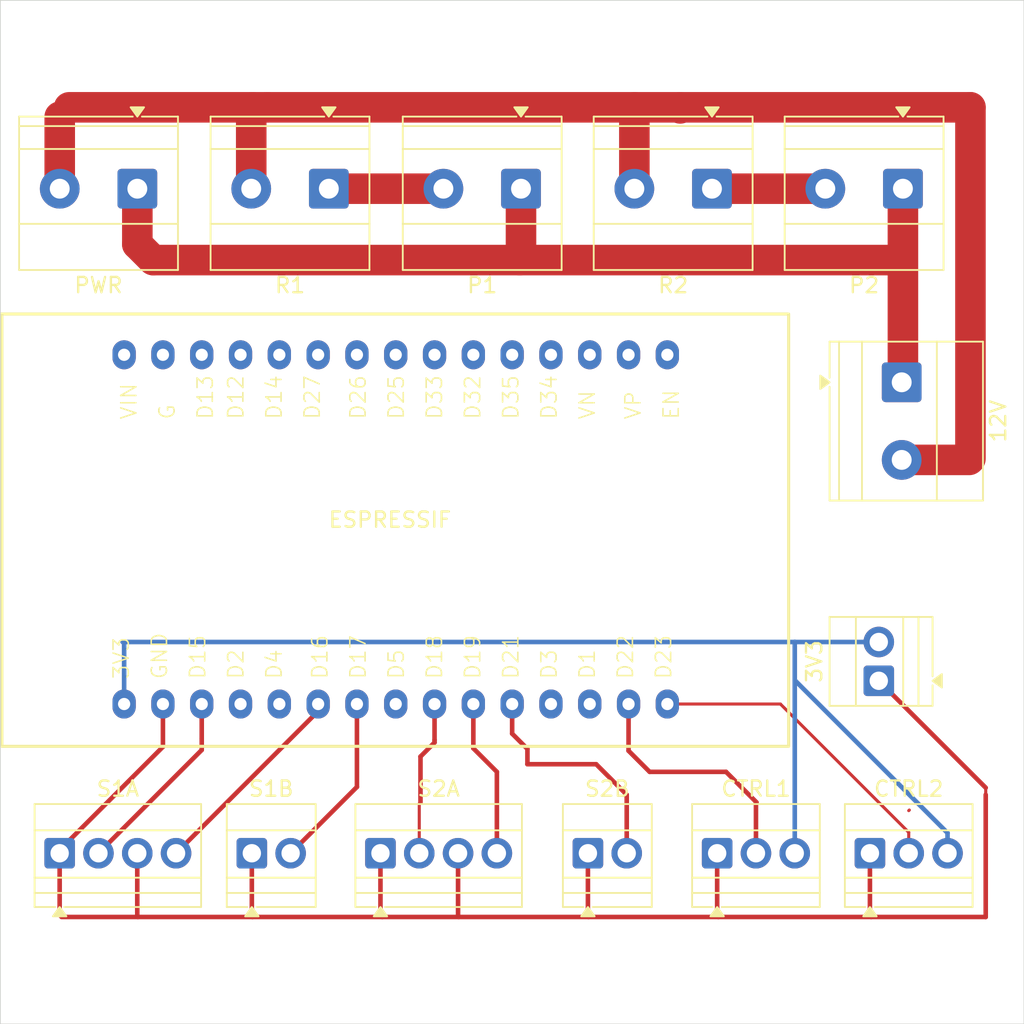
<source format=kicad_pcb>
(kicad_pcb (version 20241229) (generator "pcbnew") (generator_version "9.0")
  (layers (0 "F.Cu" signal) (2 "B.Cu" signal) (13 "F.Paste" user) (15 "B.Paste" user) (5 "F.SilkS" user "F.Silkscreen") (7 "B.SilkS" user "B.Silkscreen") (1 "F.Mask" user) (3 "B.Mask" user) (25 "Edge.Cuts" user))
  (net 0 "")
  (footprint "TerminalBlock_Phoenix:TerminalBlock_Phoenix_MKDS-1,5-2-5.08_1x02_P5.08mm_Horizontal" (layer "F.Cu") (at 116 80 -90)
    (property "Reference" "12V" (at 2.54 -6.32 90) (layer "F.SilkS"))
    (property "Value" "x" (hide yes))
    (fp_line (start -2.66 4.72) (end -0.3 4.72) (stroke (width 0.12)) (layer "F.SilkS"))
    (fp_line (start 0.3 4.72) (end 7.74 4.72) (stroke (width 0.12)) (layer "F.SilkS"))
    (fp_line (start -2.66 4.1) (end 7.74 4.1) (stroke (width 0.12)) (layer "F.SilkS"))
    (fp_line (start -2.66 2.6) (end 7.74 2.6) (stroke (width 0.12)) (layer "F.SilkS"))
    (fp_line (start -2.66 -2.3) (end 7.74 -2.3) (stroke (width 0.12)) (layer "F.SilkS"))
    (fp_line (start -2.66 -5.32) (end -2.66 4.72) (stroke (width 0.12)) (layer "F.SilkS"))
    (fp_line (start -2.66 -5.32) (end 7.74 -5.32) (stroke (width 0.12)) (layer "F.SilkS"))
    (fp_line (start 7.74 -5.32) (end 7.74 4.72) (stroke (width 0.12)) (layer "F.SilkS"))
    (fp_poly (pts (xy 0 4.72) (xy 0.44 5.33) (xy -0.44 5.33)) (stroke (width 0.12)) (fill yes) (layer "F.SilkS"))
    (pad "1" thru_hole roundrect (at 0 0 270) (size 2.6 2.6) (drill 1.3) (layers "*.Cu" "*.Mask") (roundrect_rratio 0.096154))
    (pad "2" thru_hole circle (at 5.08 0 270) (size 2.6 2.6) (drill 1.3) (layers "*.Cu" "*.Mask"))
  )
  (footprint "MountingHole:MountingHole_2.2mm_M2" (layer "F.Cu") (at 60.5 58.5)
    (property "Reference" "hole1" (hide yes))
    (property "Value" "MountingHole_2.2mm_M2" (hide yes))
    (pad "" np_thru_hole circle (at 0 0) (size 2.2 2.2) (drill 2.2) (layers "*.Cu" "*.Mask"))
  )
  (footprint "TerminalBlock:TerminalBlock_Xinya_XY308-2.54-2P_1x02_P2.54mm_Horizontal" (layer "F.Cu") (at 95.46 110.8275)
    (property "Reference" "S2B" (at 1.27 -4.22 0) (layer "F.SilkS"))
    (property "Value" "TerminalBlock_Xinya_XY308-2.54-2P_1x02_P2.54mm_Horizontal" (hide yes))
    (fp_line (start -1.64 -3.22) (end -1.64 3.52) (stroke (width 0.12)) (layer "F.SilkS"))
    (fp_line (start -1.64 -3.22) (end 4.18 -3.22) (stroke (width 0.12)) (layer "F.SilkS"))
    (fp_line (start -1.64 -1.5) (end 4.18 -1.5) (stroke (width 0.12)) (layer "F.SilkS"))
    (fp_line (start -1.64 1.6) (end 4.18 1.6) (stroke (width 0.12)) (layer "F.SilkS"))
    (fp_line (start -1.64 2.6) (end 4.18 2.6) (stroke (width 0.12)) (layer "F.SilkS"))
    (fp_line (start -1.64 3.52) (end -0.3 3.52) (stroke (width 0.12)) (layer "F.SilkS"))
    (fp_line (start 0.3 3.52) (end 4.18 3.52) (stroke (width 0.12)) (layer "F.SilkS"))
    (fp_line (start 4.18 -3.22) (end 4.18 3.52) (stroke (width 0.12)) (layer "F.SilkS"))
    (fp_poly (pts (xy 0 3.52) (xy 0.44 4.13) (xy -0.44 4.13)) (stroke (width 0.12)) (fill yes) (layer "F.SilkS"))
    (pad "1" thru_hole roundrect (at 0 0) (size 2 2) (drill 1.2) (layers "*.Cu" "*.Mask") (roundrect_rratio 0.125))
    (pad "2" thru_hole circle (at 2.54 0) (size 2 2) (drill 1.2) (layers "*.Cu" "*.Mask"))
  )
  (footprint "TerminalBlock:TerminalBlock_Xinya_XY308-2.54-3P_1x03_P2.54mm_Horizontal" (layer "F.Cu") (at 103.92 110.8275)
    (property "Reference" "CTRL1" (at 2.54 -4.22 0) (layer "F.SilkS"))
    (property "Value" "TerminalBlock_Xinya_XY308-2.54-3P_1x03_P2.54mm_Horizontal" (hide yes))
    (fp_line (start -1.64 -3.22) (end -1.64 3.52) (stroke (width 0.12)) (layer "F.SilkS"))
    (fp_line (start -1.64 -3.22) (end 6.72 -3.22) (stroke (width 0.12)) (layer "F.SilkS"))
    (fp_line (start -1.64 -1.5) (end 6.72 -1.5) (stroke (width 0.12)) (layer "F.SilkS"))
    (fp_line (start -1.64 1.6) (end 6.72 1.6) (stroke (width 0.12)) (layer "F.SilkS"))
    (fp_line (start -1.64 2.6) (end 6.72 2.6) (stroke (width 0.12)) (layer "F.SilkS"))
    (fp_line (start -1.64 3.52) (end -0.3 3.52) (stroke (width 0.12)) (layer "F.SilkS"))
    (fp_line (start 0.3 3.52) (end 6.72 3.52) (stroke (width 0.12)) (layer "F.SilkS"))
    (fp_line (start 6.72 -3.22) (end 6.72 3.52) (stroke (width 0.12)) (layer "F.SilkS"))
    (fp_poly (pts (xy 0 3.52) (xy 0.44 4.13) (xy -0.44 4.13)) (stroke (width 0.12)) (fill yes) (layer "F.SilkS"))
    (pad "1" thru_hole roundrect (at 0 0) (size 2 2) (drill 1.2) (layers "*.Cu" "*.Mask") (roundrect_rratio 0.125))
    (pad "2" thru_hole circle (at 2.54 0) (size 2 2) (drill 1.2) (layers "*.Cu" "*.Mask"))
    (pad "3" thru_hole circle (at 5.08 0) (size 2 2) (drill 1.2) (layers "*.Cu" "*.Mask"))
  )
  (footprint "MountingHole:MountingHole_2.2mm_M2" (layer "F.Cu") (at 120.5 58.5)
    (property "Reference" "hole1" (hide yes))
    (property "Value" "MountingHole_2.2mm_M2" (hide yes))
    (pad "" np_thru_hole circle (at 0 0) (size 2.2 2.2) (drill 2.2) (layers "*.Cu" "*.Mask"))
  )
  (footprint "TerminalBlock:TerminalBlock_Xinya_XY308-2.54-3P_1x03_P2.54mm_Horizontal" (layer "F.Cu") (at 113.92 110.8275)
    (property "Reference" "CTRL2" (at 2.54 -4.22 0) (layer "F.SilkS"))
    (property "Value" "TerminalBlock_Xinya_XY308-2.54-3P_1x03_P2.54mm_Horizontal" (hide yes))
    (fp_line (start -1.64 -3.22) (end -1.64 3.52) (stroke (width 0.12)) (layer "F.SilkS"))
    (fp_line (start -1.64 -3.22) (end 6.72 -3.22) (stroke (width 0.12)) (layer "F.SilkS"))
    (fp_line (start -1.64 -1.5) (end 6.72 -1.5) (stroke (width 0.12)) (layer "F.SilkS"))
    (fp_line (start -1.64 1.6) (end 6.72 1.6) (stroke (width 0.12)) (layer "F.SilkS"))
    (fp_line (start -1.64 2.6) (end 6.72 2.6) (stroke (width 0.12)) (layer "F.SilkS"))
    (fp_line (start -1.64 3.52) (end -0.3 3.52) (stroke (width 0.12)) (layer "F.SilkS"))
    (fp_line (start 0.3 3.52) (end 6.72 3.52) (stroke (width 0.12)) (layer "F.SilkS"))
    (fp_line (start 6.72 -3.22) (end 6.72 3.52) (stroke (width 0.12)) (layer "F.SilkS"))
    (fp_poly (pts (xy 0 3.52) (xy 0.44 4.13) (xy -0.44 4.13)) (stroke (width 0.12)) (fill yes) (layer "F.SilkS"))
    (pad "1" thru_hole roundrect (at 0 0) (size 2 2) (drill 1.2) (layers "*.Cu" "*.Mask") (roundrect_rratio 0.125))
    (pad "2" thru_hole circle (at 2.54 0) (size 2 2) (drill 1.2) (layers "*.Cu" "*.Mask"))
    (pad "3" thru_hole circle (at 5.08 0) (size 2 2) (drill 1.2) (layers "*.Cu" "*.Mask"))
  )
  (footprint "TerminalBlock:TerminalBlock_Xinya_XY308-2.54-4P_1x04_P2.54mm_Horizontal" (layer "F.Cu") (at 60.88 110.8275)
    (property "Reference" "S1A" (at 3.81 -4.22 0) (layer "F.SilkS"))
    (property "Value" "TerminalBlock_Xinya_XY308-2.54-4P_1x04_P2.54mm_Horizontal" (hide yes))
    (fp_line (start -1.64 -3.22) (end -1.64 3.52) (stroke (width 0.12)) (layer "F.SilkS"))
    (fp_line (start -1.64 -3.22) (end 9.26 -3.22) (stroke (width 0.12)) (layer "F.SilkS"))
    (fp_line (start -1.64 -1.5) (end 9.26 -1.5) (stroke (width 0.12)) (layer "F.SilkS"))
    (fp_line (start -1.64 1.6) (end 9.26 1.6) (stroke (width 0.12)) (layer "F.SilkS"))
    (fp_line (start -1.64 2.6) (end 9.26 2.6) (stroke (width 0.12)) (layer "F.SilkS"))
    (fp_line (start -1.64 3.52) (end -0.3 3.52) (stroke (width 0.12)) (layer "F.SilkS"))
    (fp_line (start 0.3 3.52) (end 9.26 3.52) (stroke (width 0.12)) (layer "F.SilkS"))
    (fp_line (start 9.26 -3.22) (end 9.26 3.52) (stroke (width 0.12)) (layer "F.SilkS"))
    (fp_poly (pts (xy 0 3.52) (xy 0.44 4.13) (xy -0.44 4.13)) (stroke (width 0.12)) (fill yes) (layer "F.SilkS"))
    (pad "1" thru_hole roundrect (at 0 0) (size 2 2) (drill 1.2) (layers "*.Cu" "*.Mask") (roundrect_rratio 0.125))
    (pad "2" thru_hole circle (at 2.54 0) (size 2 2) (drill 1.2) (layers "*.Cu" "*.Mask"))
    (pad "3" thru_hole circle (at 5.08 0) (size 2 2) (drill 1.2) (layers "*.Cu" "*.Mask"))
    (pad "4" thru_hole circle (at 7.62 0) (size 2 2) (drill 1.2) (layers "*.Cu" "*.Mask"))
  )
  (footprint "MountingHole:MountingHole_2.2mm_M2" (layer "F.Cu") (at 120.5 118.5)
    (property "Reference" "hole1" (hide yes))
    (property "Value" "MountingHole_2.2mm_M2" (hide yes))
    (pad "" np_thru_hole circle (at 0 0) (size 2.2 2.2) (drill 2.2) (layers "*.Cu" "*.Mask"))
  )
  (footprint "TerminalBlock:TerminalBlock_Xinya_XY308-2.54-2P_1x02_P2.54mm_Horizontal" (layer "F.Cu") (at 73.46 110.8275)
    (property "Reference" "S1B" (at 1.27 -4.22 0) (layer "F.SilkS"))
    (property "Value" "TerminalBlock_Xinya_XY308-2.54-2P_1x02_P2.54mm_Horizontal" (hide yes))
    (fp_line (start -1.64 -3.22) (end -1.64 3.52) (stroke (width 0.12)) (layer "F.SilkS"))
    (fp_line (start -1.64 -3.22) (end 4.18 -3.22) (stroke (width 0.12)) (layer "F.SilkS"))
    (fp_line (start -1.64 -1.5) (end 4.18 -1.5) (stroke (width 0.12)) (layer "F.SilkS"))
    (fp_line (start -1.64 1.6) (end 4.18 1.6) (stroke (width 0.12)) (layer "F.SilkS"))
    (fp_line (start -1.64 2.6) (end 4.18 2.6) (stroke (width 0.12)) (layer "F.SilkS"))
    (fp_line (start -1.64 3.52) (end -0.3 3.52) (stroke (width 0.12)) (layer "F.SilkS"))
    (fp_line (start 0.3 3.52) (end 4.18 3.52) (stroke (width 0.12)) (layer "F.SilkS"))
    (fp_line (start 4.18 -3.22) (end 4.18 3.52) (stroke (width 0.12)) (layer "F.SilkS"))
    (fp_poly (pts (xy 0 3.52) (xy 0.44 4.13) (xy -0.44 4.13)) (stroke (width 0.12)) (fill yes) (layer "F.SilkS"))
    (pad "1" thru_hole roundrect (at 0 0) (size 2 2) (drill 1.2) (layers "*.Cu" "*.Mask") (roundrect_rratio 0.125))
    (pad "2" thru_hole circle (at 2.54 0) (size 2 2) (drill 1.2) (layers "*.Cu" "*.Mask"))
  )
  (footprint "TerminalBlock_Phoenix:TerminalBlock_Phoenix_MKDS-1,5-2-5.08_1x02_P5.08mm_Horizontal" (layer "F.Cu") (at 103.58 67.3275 180)
    (property "Reference" "R2" (at 2.54 -6.32 0) (layer "F.SilkS"))
    (property "Value" "Phoenix?" (hide yes))
    (fp_line (start 7.74 -5.32) (end 7.74 4.72) (stroke (width 0.12)) (layer "F.SilkS"))
    (fp_line (start 0.3 4.72) (end 7.74 4.72) (stroke (width 0.12)) (layer "F.SilkS"))
    (fp_line (start -2.66 4.72) (end -0.3 4.72) (stroke (width 0.12)) (layer "F.SilkS"))
    (fp_line (start -2.66 4.1) (end 7.74 4.1) (stroke (width 0.12)) (layer "F.SilkS"))
    (fp_line (start -2.66 2.6) (end 7.74 2.6) (stroke (width 0.12)) (layer "F.SilkS"))
    (fp_line (start -2.66 -2.3) (end 7.74 -2.3) (stroke (width 0.12)) (layer "F.SilkS"))
    (fp_line (start -2.66 -5.32) (end 7.74 -5.32) (stroke (width 0.12)) (layer "F.SilkS"))
    (fp_line (start -2.66 -5.32) (end -2.66 4.72) (stroke (width 0.12)) (layer "F.SilkS"))
    (fp_poly (pts (xy 0 4.72) (xy 0.44 5.33) (xy -0.44 5.33)) (stroke (width 0.12)) (fill yes) (layer "F.SilkS"))
    (pad "1" thru_hole roundrect (at 0 0 180) (size 2.6 2.6) (drill 1.3) (layers "*.Cu" "*.Mask") (roundrect_rratio 0.096154))
    (pad "2" thru_hole circle (at 5.08 0 180) (size 2.6 2.6) (drill 1.3) (layers "*.Cu" "*.Mask"))
  )
  (footprint "TerminalBlock_Phoenix:TerminalBlock_Phoenix_MKDS-1,5-2-5.08_1x02_P5.08mm_Horizontal" (layer "F.Cu") (at 78.5 67.3275 180)
    (property "Reference" "R1" (at 2.54 -6.32 0) (layer "F.SilkS"))
    (property "Value" "Phoenix?" (hide yes))
    (fp_line (start 7.74 -5.32) (end 7.74 4.72) (stroke (width 0.12)) (layer "F.SilkS"))
    (fp_line (start 0.3 4.72) (end 7.74 4.72) (stroke (width 0.12)) (layer "F.SilkS"))
    (fp_line (start -2.66 4.72) (end -0.3 4.72) (stroke (width 0.12)) (layer "F.SilkS"))
    (fp_line (start -2.66 4.1) (end 7.74 4.1) (stroke (width 0.12)) (layer "F.SilkS"))
    (fp_line (start -2.66 2.6) (end 7.74 2.6) (stroke (width 0.12)) (layer "F.SilkS"))
    (fp_line (start -2.66 -2.3) (end 7.74 -2.3) (stroke (width 0.12)) (layer "F.SilkS"))
    (fp_line (start -2.66 -5.32) (end 7.74 -5.32) (stroke (width 0.12)) (layer "F.SilkS"))
    (fp_line (start -2.66 -5.32) (end -2.66 4.72) (stroke (width 0.12)) (layer "F.SilkS"))
    (fp_poly (pts (xy 0 4.72) (xy 0.44 5.33) (xy -0.44 5.33)) (stroke (width 0.12)) (fill yes) (layer "F.SilkS"))
    (pad "1" thru_hole roundrect (at 0 0 180) (size 2.6 2.6) (drill 1.3) (layers "*.Cu" "*.Mask") (roundrect_rratio 0.096154))
    (pad "2" thru_hole circle (at 5.08 0 180) (size 2.6 2.6) (drill 1.3) (layers "*.Cu" "*.Mask"))
  )
  (footprint "TerminalBlock_Phoenix:TerminalBlock_Phoenix_MKDS-1,5-2-5.08_1x02_P5.08mm_Horizontal" (layer "F.Cu") (at 116.08 67.3275 180)
    (property "Reference" "P2" (at 2.54 -6.32 0) (layer "F.SilkS"))
    (property "Value" "x" (hide yes))
    (fp_line (start 7.74 -5.32) (end 7.74 4.72) (stroke (width 0.12)) (layer "F.SilkS"))
    (fp_line (start 0.3 4.72) (end 7.74 4.72) (stroke (width 0.12)) (layer "F.SilkS"))
    (fp_line (start -2.66 4.72) (end -0.3 4.72) (stroke (width 0.12)) (layer "F.SilkS"))
    (fp_line (start -2.66 4.1) (end 7.74 4.1) (stroke (width 0.12)) (layer "F.SilkS"))
    (fp_line (start -2.66 2.6) (end 7.74 2.6) (stroke (width 0.12)) (layer "F.SilkS"))
    (fp_line (start -2.66 -2.3) (end 7.74 -2.3) (stroke (width 0.12)) (layer "F.SilkS"))
    (fp_line (start -2.66 -5.32) (end 7.74 -5.32) (stroke (width 0.12)) (layer "F.SilkS"))
    (fp_line (start -2.66 -5.32) (end -2.66 4.72) (stroke (width 0.12)) (layer "F.SilkS"))
    (fp_poly (pts (xy 0 4.72) (xy 0.44 5.33) (xy -0.44 5.33)) (stroke (width 0.12)) (fill yes) (layer "F.SilkS"))
    (pad "1" thru_hole roundrect (at 0 0 180) (size 2.6 2.6) (drill 1.3) (layers "*.Cu" "*.Mask") (roundrect_rratio 0.096154))
    (pad "2" thru_hole circle (at 5.08 0 180) (size 2.6 2.6) (drill 1.3) (layers "*.Cu" "*.Mask"))
  )
  (footprint "kicad-custom-library:ESP_Test" (layer "F.Cu") (at 82.5 89.5)
    (property "Reference" "ESPRESSIF" (at 0 -0.5 0) (layer "F.SilkS"))
    (property "Value" "ESP_Test" (hide yes))
    (fp_rect (start -25.4 -13.97) (end 26.1 14.33) (stroke (width 0.2)) (fill no) (layer "F.SilkS"))
    (fp_text user "D4" (at -7 10 90) (layer "F.SilkS") (effects (font (thickness 0.1)) (justify left bottom)))
    (fp_text user "3V3" (at -17 10 90) (layer "F.SilkS") (effects (font (thickness 0.1)) (justify left bottom)))
    (fp_text user "D18" (at 3.5 10 90) (layer "F.SilkS") (effects (font (thickness 0.1)) (justify left bottom)))
    (fp_text user "VIN" (at -16.5 -7 90) (layer "F.SilkS") (effects (font (thickness 0.1)) (justify left bottom)))
    (fp_text user "D1" (at 13.5 10 90) (layer "F.SilkS") (effects (font (thickness 0.1)) (justify left bottom)))
    (fp_text user "D22" (at 16 10 90) (layer "F.SilkS") (effects (font (thickness 0.1)) (justify left bottom)))
    (fp_text user "G" (at -14 -7 90) (layer "F.SilkS") (effects (font (thickness 0.1)) (justify left bottom)))
    (fp_text user "D33" (at 3.5 -7 90) (layer "F.SilkS") (effects (font (thickness 0.1)) (justify left bottom)))
    (fp_text user "D2" (at -9.5 10 90) (layer "F.SilkS") (effects (font (thickness 0.1)) (justify left bottom)))
    (fp_text user "D13" (at -11.5 -7 90) (layer "F.SilkS") (effects (font (thickness 0.1)) (justify left bottom)))
    (fp_text user "D15" (at -12 10 90) (layer "F.SilkS") (effects (font (thickness 0.1)) (justify left bottom)))
    (fp_text user "D16" (at -4 10 90) (layer "F.SilkS") (effects (font (thickness 0.1)) (justify left bottom)))
    (fp_text user "D14" (at -7 -7 90) (layer "F.SilkS") (effects (font (thickness 0.1)) (justify left bottom)))
    (fp_text user "GND" (at -14.5 10 90) (layer "F.SilkS") (effects (font (thickness 0.1)) (justify left bottom)))
    (fp_text user "D21" (at 8.5 10 90) (layer "F.SilkS") (effects (font (thickness 0.1)) (justify left bottom)))
    (fp_text user "VP" (at 16.5 -7 90) (layer "F.SilkS") (effects (font (thickness 0.1)) (justify left bottom)))
    (fp_text user "D3" (at 11 10 90) (layer "F.SilkS") (effects (font (thickness 0.1)) (justify left bottom)))
    (fp_text user "D27" (at -4.5 -7 90) (layer "F.SilkS") (effects (font (thickness 0.1)) (justify left bottom)))
    (fp_text user "EN" (at 19 -7 90) (layer "F.SilkS") (effects (font (thickness 0.1)) (justify left bottom)))
    (fp_text user "D34" (at 11 -7 90) (layer "F.SilkS") (effects (font (thickness 0.1)) (justify left bottom)))
    (fp_text user "D5" (at 1 10 90) (layer "F.SilkS") (effects (font (thickness 0.1)) (justify left bottom)))
    (fp_text user "D32" (at 6 -7 90) (layer "F.SilkS") (effects (font (thickness 0.1)) (justify left bottom)))
    (fp_text user "D19" (at 6 10 90) (layer "F.SilkS") (effects (font (thickness 0.1)) (justify left bottom)))
    (fp_text user "D17" (at -1.5 10 90) (layer "F.SilkS") (effects (font (thickness 0.1)) (justify left bottom)))
    (fp_text user "D12" (at -9.5 -7 90) (layer "F.SilkS") (effects (font (thickness 0.1)) (justify left bottom)))
    (fp_text user "D25" (at 1 -7 90) (layer "F.SilkS") (effects (font (thickness 0.1)) (justify left bottom)))
    (fp_text user "D35" (at 8.5 -7 90) (layer "F.SilkS") (effects (font (thickness 0.1)) (justify left bottom)))
    (fp_text user "VN" (at 13.5 -7 90) (layer "F.SilkS") (effects (font (thickness 0.1)) (justify left bottom)))
    (fp_text user "D26" (at -1.5 -7 90) (layer "F.SilkS") (effects (font (thickness 0.1)) (justify left bottom)))
    (fp_text user "D23" (at 18.5 10 90) (layer "F.SilkS") (effects (font (thickness 0.1)) (justify left bottom)))
    (pad "1" thru_hole oval (at -17.4 -11.3) (size 1.524 1.9) (drill 0.8) (layers "*.Cu" "*.Mask"))
    (pad "2" thru_hole oval (at -14.86 -11.3) (size 1.524 1.9) (drill 0.8) (layers "*.Cu" "*.Mask"))
    (pad "3" thru_hole oval (at -12.32 -11.3) (size 1.524 1.9) (drill 0.8) (layers "*.Cu" "*.Mask"))
    (pad "4" thru_hole oval (at -9.78 -11.3) (size 1.524 1.9) (drill 0.8) (layers "*.Cu" "*.Mask"))
    (pad "5" thru_hole oval (at -7.24 -11.3) (size 1.524 1.9) (drill 0.8) (layers "*.Cu" "*.Mask"))
    (pad "6" thru_hole oval (at -4.7 -11.3) (size 1.524 1.9) (drill 0.8) (layers "*.Cu" "*.Mask"))
    (pad "7" thru_hole oval (at -2.16 -11.3) (size 1.524 1.9) (drill 0.8) (layers "*.Cu" "*.Mask"))
    (pad "8" thru_hole oval (at 0.38 -11.3) (size 1.524 1.9) (drill 0.8) (layers "*.Cu" "*.Mask"))
    (pad "9" thru_hole oval (at 2.92 -11.3) (size 1.524 1.9) (drill 0.8) (layers "*.Cu" "*.Mask"))
    (pad "10" thru_hole oval (at 5.46 -11.3) (size 1.524 1.9) (drill 0.8) (layers "*.Cu" "*.Mask"))
    (pad "11" thru_hole oval (at 8 -11.3) (size 1.524 1.9) (drill 0.8) (layers "*.Cu" "*.Mask"))
    (pad "12" thru_hole oval (at 10.54 -11.3) (size 1.524 1.9) (drill 0.8) (layers "*.Cu" "*.Mask"))
    (pad "13" thru_hole oval (at 13.08 -11.3) (size 1.524 1.9) (drill 0.8) (layers "*.Cu" "*.Mask"))
    (pad "14" thru_hole oval (at 15.62 -11.3) (size 1.524 1.9) (drill 0.8) (layers "*.Cu" "*.Mask"))
    (pad "15" thru_hole oval (at 18.16 -11.3) (size 1.524 1.9) (drill 0.8) (layers "*.Cu" "*.Mask"))
    (pad "16" thru_hole oval (at 18.16 11.56) (size 1.524 1.9) (drill 0.8) (layers "*.Cu" "*.Mask"))
    (pad "17" thru_hole oval (at 15.62 11.56) (size 1.524 1.9) (drill 0.8) (layers "*.Cu" "*.Mask"))
    (pad "18" thru_hole oval (at 13.08 11.56) (size 1.524 1.9) (drill 0.8) (layers "*.Cu" "*.Mask"))
    (pad "19" thru_hole oval (at 10.54 11.56) (size 1.524 1.9) (drill 0.8) (layers "*.Cu" "*.Mask"))
    (pad "20" thru_hole oval (at 8 11.56) (size 1.524 1.9) (drill 0.8) (layers "*.Cu" "*.Mask"))
    (pad "21" thru_hole oval (at 5.46 11.56) (size 1.524 1.9) (drill 0.8) (layers "*.Cu" "*.Mask"))
    (pad "22" thru_hole oval (at 2.92 11.56) (size 1.524 1.9) (drill 0.8) (layers "*.Cu" "*.Mask"))
    (pad "23" thru_hole oval (at 0.38 11.56) (size 1.524 1.9) (drill 0.8) (layers "*.Cu" "*.Mask"))
    (pad "24" thru_hole oval (at -2.16 11.56) (size 1.524 1.9) (drill 0.8) (layers "*.Cu" "*.Mask"))
    (pad "25" thru_hole oval (at -4.7 11.56) (size 1.524 1.9) (drill 0.8) (layers "*.Cu" "*.Mask"))
    (pad "26" thru_hole oval (at -7.24 11.56) (size 1.524 1.9) (drill 0.8) (layers "*.Cu" "*.Mask"))
    (pad "27" thru_hole oval (at -9.78 11.56) (size 1.524 1.9) (drill 0.8) (layers "*.Cu" "*.Mask"))
    (pad "28" thru_hole oval (at -12.32 11.56) (size 1.524 1.9) (drill 0.8) (layers "*.Cu" "*.Mask"))
    (pad "29" thru_hole oval (at -14.86 11.56) (size 1.524 1.9) (drill 0.8) (layers "*.Cu" "*.Mask"))
    (pad "30" thru_hole oval (at -17.4 11.56) (size 1.524 1.9) (drill 0.8) (layers "*.Cu" "*.Mask"))
  )
  (footprint "TerminalBlock_Phoenix:TerminalBlock_Phoenix_MKDS-1,5-2-5.08_1x02_P5.08mm_Horizontal" (layer "F.Cu") (at 91.08 67.3275 180)
    (property "Reference" "P1" (at 2.54 -6.32 0) (layer "F.SilkS"))
    (property "Value" "x" (hide yes))
    (fp_line (start 7.74 -5.32) (end 7.74 4.72) (stroke (width 0.12)) (layer "F.SilkS"))
    (fp_line (start 0.3 4.72) (end 7.74 4.72) (stroke (width 0.12)) (layer "F.SilkS"))
    (fp_line (start -2.66 4.72) (end -0.3 4.72) (stroke (width 0.12)) (layer "F.SilkS"))
    (fp_line (start -2.66 4.1) (end 7.74 4.1) (stroke (width 0.12)) (layer "F.SilkS"))
    (fp_line (start -2.66 2.6) (end 7.74 2.6) (stroke (width 0.12)) (layer "F.SilkS"))
    (fp_line (start -2.66 -2.3) (end 7.74 -2.3) (stroke (width 0.12)) (layer "F.SilkS"))
    (fp_line (start -2.66 -5.32) (end 7.74 -5.32) (stroke (width 0.12)) (layer "F.SilkS"))
    (fp_line (start -2.66 -5.32) (end -2.66 4.72) (stroke (width 0.12)) (layer "F.SilkS"))
    (fp_poly (pts (xy 0 4.72) (xy 0.44 5.33) (xy -0.44 5.33)) (stroke (width 0.12)) (fill yes) (layer "F.SilkS"))
    (pad "1" thru_hole roundrect (at 0 0 180) (size 2.6 2.6) (drill 1.3) (layers "*.Cu" "*.Mask") (roundrect_rratio 0.096154))
    (pad "2" thru_hole circle (at 5.08 0 180) (size 2.6 2.6) (drill 1.3) (layers "*.Cu" "*.Mask"))
  )
  (footprint "TerminalBlock:TerminalBlock_Xinya_XY308-2.54-4P_1x04_P2.54mm_Horizontal" (layer "F.Cu") (at 81.88 110.8275)
    (property "Reference" "S2A" (at 3.81 -4.22 0) (layer "F.SilkS"))
    (property "Value" "TerminalBlock_Xinya_XY308-2.54-4P_1x04_P2.54mm_Horizontal" (hide yes))
    (fp_line (start -1.64 -3.22) (end -1.64 3.52) (stroke (width 0.12)) (layer "F.SilkS"))
    (fp_line (start -1.64 -3.22) (end 9.26 -3.22) (stroke (width 0.12)) (layer "F.SilkS"))
    (fp_line (start -1.64 -1.5) (end 9.26 -1.5) (stroke (width 0.12)) (layer "F.SilkS"))
    (fp_line (start -1.64 1.6) (end 9.26 1.6) (stroke (width 0.12)) (layer "F.SilkS"))
    (fp_line (start -1.64 2.6) (end 9.26 2.6) (stroke (width 0.12)) (layer "F.SilkS"))
    (fp_line (start -1.64 3.52) (end -0.3 3.52) (stroke (width 0.12)) (layer "F.SilkS"))
    (fp_line (start 0.3 3.52) (end 9.26 3.52) (stroke (width 0.12)) (layer "F.SilkS"))
    (fp_line (start 9.26 -3.22) (end 9.26 3.52) (stroke (width 0.12)) (layer "F.SilkS"))
    (fp_poly (pts (xy 0 3.52) (xy 0.44 4.13) (xy -0.44 4.13)) (stroke (width 0.12)) (fill yes) (layer "F.SilkS"))
    (pad "1" thru_hole roundrect (at 0 0) (size 2 2) (drill 1.2) (layers "*.Cu" "*.Mask") (roundrect_rratio 0.125))
    (pad "2" thru_hole circle (at 2.54 0) (size 2 2) (drill 1.2) (layers "*.Cu" "*.Mask"))
    (pad "3" thru_hole circle (at 5.08 0) (size 2 2) (drill 1.2) (layers "*.Cu" "*.Mask"))
    (pad "4" thru_hole circle (at 7.62 0) (size 2 2) (drill 1.2) (layers "*.Cu" "*.Mask"))
  )
  (footprint "TerminalBlock:TerminalBlock_Xinya_XY308-2.54-2P_1x02_P2.54mm_Horizontal" (layer "F.Cu") (at 114.5 99.54 90)
    (property "Reference" "3V3" (at 1.27 -4.22 90) (layer "F.SilkS"))
    (property "Value" "TerminalBlock_Xinya_XY308-2.54-2P_1x02_P2.54mm_Horizontal" (hide yes))
    (fp_line (start 4.18 -3.22) (end 4.18 3.52) (stroke (width 0.12)) (layer "F.SilkS"))
    (fp_line (start -1.64 -3.22) (end 4.18 -3.22) (stroke (width 0.12)) (layer "F.SilkS"))
    (fp_line (start -1.64 -3.22) (end -1.64 3.52) (stroke (width 0.12)) (layer "F.SilkS"))
    (fp_line (start -1.64 -1.5) (end 4.18 -1.5) (stroke (width 0.12)) (layer "F.SilkS"))
    (fp_line (start -1.64 1.6) (end 4.18 1.6) (stroke (width 0.12)) (layer "F.SilkS"))
    (fp_line (start -1.64 2.6) (end 4.18 2.6) (stroke (width 0.12)) (layer "F.SilkS"))
    (fp_line (start 0.3 3.52) (end 4.18 3.52) (stroke (width 0.12)) (layer "F.SilkS"))
    (fp_line (start -1.64 3.52) (end -0.3 3.52) (stroke (width 0.12)) (layer "F.SilkS"))
    (fp_poly (pts (xy 0 3.52) (xy 0.44 4.13) (xy -0.44 4.13)) (stroke (width 0.12)) (fill yes) (layer "F.SilkS"))
    (pad "1" thru_hole roundrect (at 0 0 90) (size 2 2) (drill 1.2) (layers "*.Cu" "*.Mask") (roundrect_rratio 0.125))
    (pad "2" thru_hole circle (at 2.54 0 90) (size 2 2) (drill 1.2) (layers "*.Cu" "*.Mask"))
  )
  (footprint "MountingHole:MountingHole_2.2mm_M2" (layer "F.Cu") (at 60 118.5)
    (property "Reference" "hole1" (hide yes))
    (property "Value" "MountingHole_2.2mm_M2" (hide yes))
    (pad "" np_thru_hole circle (at 0 0) (size 2.2 2.2) (drill 2.2) (layers "*.Cu" "*.Mask"))
  )
  (footprint "TerminalBlock_Phoenix:TerminalBlock_Phoenix_MKDS-1,5-2-5.08_1x02_P5.08mm_Horizontal" (layer "F.Cu") (at 65.965 67.3275 180)
    (property "Reference" "PWR" (at 2.54 -6.32 0) (layer "F.SilkS"))
    (property "Value" "x" (hide yes))
    (fp_line (start 7.74 -5.32) (end 7.74 4.72) (stroke (width 0.12)) (layer "F.SilkS"))
    (fp_line (start 0.3 4.72) (end 7.74 4.72) (stroke (width 0.12)) (layer "F.SilkS"))
    (fp_line (start -2.66 4.72) (end -0.3 4.72) (stroke (width 0.12)) (layer "F.SilkS"))
    (fp_line (start -2.66 4.1) (end 7.74 4.1) (stroke (width 0.12)) (layer "F.SilkS"))
    (fp_line (start -2.66 2.6) (end 7.74 2.6) (stroke (width 0.12)) (layer "F.SilkS"))
    (fp_line (start -2.66 -2.3) (end 7.74 -2.3) (stroke (width 0.12)) (layer "F.SilkS"))
    (fp_line (start -2.66 -5.32) (end 7.74 -5.32) (stroke (width 0.12)) (layer "F.SilkS"))
    (fp_line (start -2.66 -5.32) (end -2.66 4.72) (stroke (width 0.12)) (layer "F.SilkS"))
    (fp_poly (pts (xy 0 4.72) (xy 0.44 5.33) (xy -0.44 5.33)) (stroke (width 0.12)) (fill yes) (layer "F.SilkS"))
    (pad "1" thru_hole roundrect (at 0 0 180) (size 2.6 2.6) (drill 1.3) (layers "*.Cu" "*.Mask") (roundrect_rratio 0.096154))
    (pad "2" thru_hole circle (at 5.08 0 180) (size 2.6 2.6) (drill 1.3) (layers "*.Cu" "*.Mask"))
  )
  (gr_line (start 124 122) (end 124 55) (stroke (width 0.05)) (layer "Edge.Cuts"))
  (gr_line (start 57 55) (end 57 122) (stroke (width 0.05)) (layer "Edge.Cuts"))
  (gr_line (start 124 55) (end 57 55) (stroke (width 0.05)) (layer "Edge.Cuts"))
  (gr_line (start 57 122) (end 124 122) (stroke (width 0.05)) (layer "Edge.Cuts"))
  (segment (start 84.42 110.8275) (end 84.42 107.58) (width 0.2) (layer "F.Cu") (net 0))
  (segment (start 61.5 62) (end 73.5 62) (width 2) (layer "F.Cu") (net 0))
  (segment (start 104.5 105.5) (end 99.5 105.5) (width 0.3) (layer "F.Cu") (net 0))
  (segment (start 65.96 114.96) (end 66 115) (width 0.2) (layer "F.Cu") (net 0))
  (segment (start 103.92 110.8275) (end 103.92 114.92) (width 0.3) (layer "F.Cu") (net 0))
  (segment (start 73.46 114.96) (end 73.5 115) (width 0.2) (layer "F.Cu") (net 0))
  (segment (start 77.8 101.5275) (end 77.8 101.06) (width 0.2) (layer "F.Cu") (net 0))
  (segment (start 84.42 107.58) (end 84.5 107.5) (width 0.2) (layer "F.Cu") (net 0))
  (segment (start 121.5 115) (end 114 115) (width 0.3) (layer "F.Cu") (net 0))
  (segment (start 84.5 107.5) (end 84.5 104.5) (width 0.3) (layer "F.Cu") (net 0))
  (segment (start 111 67.3275) (end 103.58 67.3275) (width 2) (layer "F.Cu") (net 0))
  (segment (start 116 85.08) (end 120.42 85.08) (width 2) (layer "F.Cu") (net 0))
  (segment (start 113.92 110.8275) (end 113.92 110.42) (width 0.2) (layer "F.Cu") (net 0))
  (segment (start 67.64 103.86) (end 67.64 101.06) (width 0.3) (layer "F.Cu") (net 0))
  (segment (start 68.5 110.8275) (end 77.8 101.5275) (width 0.3) (layer "F.Cu") (net 0))
  (segment (start 73.42 67.3275) (end 73.42 62.08) (width 2) (layer "F.Cu") (net 0))
  (segment (start 80.34 106.4875) (end 80.34 101.06) (width 0.3) (layer "F.Cu") (net 0))
  (segment (start 60.88 110.62) (end 67.64 103.86) (width 0.3) (layer "F.Cu") (net 0))
  (segment (start 98 107) (end 96 105) (width 0.3) (layer "F.Cu") (net 0))
  (segment (start 86.96 110.8275) (end 86.96 114.96) (width 0.3) (layer "F.Cu") (net 0))
  (segment (start 120.42 85.08) (end 120.5 85) (width 0.2) (layer "F.Cu") (net 0))
  (segment (start 60.88 114.88) (end 61 115) (width 0.2) (layer "F.Cu") (net 0))
  (segment (start 120.5 62) (end 120.5 85) (width 2) (layer "F.Cu") (net 0))
  (segment (start 103.92 114.92) (end 104 115) (width 0.2) (layer "F.Cu") (net 0))
  (segment (start 101.5 62.07) (end 101.465 62.035) (width 2) (layer "F.Cu") (net 0))
  (segment (start 98.5 62) (end 101.5 62) (width 2) (layer "F.Cu") (net 0))
  (segment (start 65.965 70.965) (end 67 72) (width 2) (layer "F.Cu") (net 0))
  (segment (start 98 110.8275) (end 98 107) (width 0.3) (layer "F.Cu") (net 0))
  (segment (start 98.12 104.12) (end 98.12 101.06) (width 0.3) (layer "F.Cu") (net 0))
  (segment (start 91 72) (end 115.5 72) (width 2) (layer "F.Cu") (net 0))
  (segment (start 106.46 110.8275) (end 106.46 107.54) (width 0.3) (layer "F.Cu") (net 0))
  (segment (start 86 67.3275) (end 79.58 67.3275) (width 2) (layer "F.Cu") (net 0))
  (segment (start 91.08 71.92) (end 91 72) (width 0.2) (layer "F.Cu") (net 0))
  (segment (start 91.5 104) (end 90.5 103) (width 0.3) (layer "F.Cu") (net 0))
  (segment (start 60.885 67.3275) (end 60.885 62.615) (width 2) (layer "F.Cu") (net 0))
  (segment (start 60.885 62.615) (end 61.5 62) (width 0.2) (layer "F.Cu") (net 0))
  (segment (start 106.5 107.5) (end 104.5 105.5) (width 0.3) (layer "F.Cu") (net 0))
  (segment (start 101.5 62) (end 120.5 62) (width 2) (layer "F.Cu") (net 0))
  (segment (start 106.46 107.54) (end 106.5 107.5) (width 0.2) (layer "F.Cu") (net 0))
  (segment (start 65.965 67.3275) (end 65.965 70.965) (width 2) (layer "F.Cu") (net 0))
  (segment (start 116.46 110.8275) (end 116.46 109.46) (width 0.2) (layer "F.Cu") (net 0))
  (segment (start 70.18 104.0675) (end 70.18 103.32) (width 0.3) (layer "F.Cu") (net 0))
  (segment (start 73.5 62) (end 74.5 62) (width 2) (layer "F.Cu") (net 0))
  (segment (start 101.465 62.035) (end 101.5 62) (width 0.2) (layer "F.Cu") (net 0))
  (segment (start 86.96 114.96) (end 87 115) (width 0.2) (layer "F.Cu") (net 0))
  (segment (start 87.96 103.96) (end 87.96 101.06) (width 0.3) (layer "F.Cu") (net 0))
  (segment (start 89.5 110.8275) (end 89.5 105.5) (width 0.3) (layer "F.Cu") (net 0))
  (segment (start 114 115) (end 104 115) (width 0.3) (layer "F.Cu") (net 0))
  (segment (start 65.96 110.8275) (end 65.96 114.96) (width 0.3) (layer "F.Cu") (net 0))
  (segment (start 116.08 79.92) (end 116.08 67.3275) (width 2) (layer "F.Cu") (net 0))
  (segment (start 96 105) (end 91.5 105) (width 0.3) (layer "F.Cu") (net 0))
  (segment (start 76 110.8275) (end 80.34 106.4875) (width 0.3) (layer "F.Cu") (net 0))
  (segment (start 63.42 110.8275) (end 70.18 104.0675) (width 0.3) (layer "F.Cu") (net 0))
  (segment (start 113.92 114.92) (end 114 115) (width 0.2) (layer "F.Cu") (net 0))
  (segment (start 73.5 115) (end 66 115) (width 0.3) (layer "F.Cu") (net 0))
  (segment (start 85.42 103.58) (end 85.42 103.42) (width 0.3) (layer "F.Cu") (net 0))
  (segment (start 87 115) (end 82 115) (width 0.3) (layer "F.Cu") (net 0))
  (segment (start 95.5 115) (end 87 115) (width 0.3) (layer "F.Cu") (net 0))
  (segment (start 113.92 110.8275) (end 113.92 114.92) (width 0.3) (layer "F.Cu") (net 0))
  (segment (start 108.06 101.06) (end 100.66 101.06) (width 0.2) (layer "F.Cu") (net 0))
  (segment (start 81.88 110.8275) (end 81.88 114.88) (width 0.3) (layer "F.Cu") (net 0))
  (segment (start 90.5 103) (end 90.5 101.06) (width 0.3) (layer "F.Cu") (net 0))
  (segment (start 121.5 106.54) (end 121.5 107) (width 0.2) (layer "F.Cu") (net 0))
  (segment (start 98.5 67.3275) (end 98.5 62) (width 2) (layer "F.Cu") (net 0))
  (segment (start 99.5 105.5) (end 98.12 104.12) (width 0.3) (layer "F.Cu") (net 0))
  (segment (start 82 115) (end 73.5 115) (width 0.3) (layer "F.Cu") (net 0))
  (segment (start 81.88 114.88) (end 82 115) (width 0.2) (layer "F.Cu") (net 0))
  (segment (start 116.46 108.04) (end 116.5 108) (width 0.2) (layer "F.Cu") (net 0))
  (segment (start 85.42 103.42) (end 85.42 101.06) (width 0.3) (layer "F.Cu") (net 0))
  (segment (start 74.5 62) (end 98.5 62) (width 2) (layer "F.Cu") (net 0))
  (segment (start 70.18 103.32) (end 70.18 101.06) (width 0.3) (layer "F.Cu") (net 0))
  (segment (start 60.88 110.8275) (end 60.88 110.62) (width 0.2) (layer "F.Cu") (net 0))
  (segment (start 114.5 99.54) (end 121.5 106.54) (width 0.3) (layer "F.Cu") (net 0))
  (segment (start 95.46 114.96) (end 95.5 115) (width 0.2) (layer "F.Cu") (net 0))
  (segment (start 95.46 110.8275) (end 95.46 114.96) (width 0.3) (layer "F.Cu") (net 0))
  (segment (start 91.08 67.3275) (end 91.08 71.92) (width 2) (layer "F.Cu") (net 0))
  (segment (start 89.5 105.5) (end 87.96 103.96) (width 0.3) (layer "F.Cu") (net 0))
  (segment (start 104 115) (end 95.5 115) (width 0.3) (layer "F.Cu") (net 0))
  (segment (start 121.5 107) (end 121.5 115) (width 0.3) (layer "F.Cu") (net 0))
  (segment (start 73.46 110.8275) (end 73.46 114.96) (width 0.3) (layer "F.Cu") (net 0))
  (segment (start 91.5 105) (end 91.5 104) (width 0.3) (layer "F.Cu") (net 0))
  (segment (start 67 72) (end 91 72) (width 2) (layer "F.Cu") (net 0))
  (segment (start 84.5 104.5) (end 85.42 103.58) (width 0.3) (layer "F.Cu") (net 0))
  (segment (start 66 115) (end 61 115) (width 0.3) (layer "F.Cu") (net 0))
  (segment (start 116 80) (end 116.08 79.92) (width 2) (layer "F.Cu") (net 0))
  (segment (start 100.66 101.16) (end 100.66 101.06) (width 0.2) (layer "F.Cu") (net 0))
  (segment (start 60.88 110.8275) (end 60.88 114.88) (width 0.3) (layer "F.Cu") (net 0))
  (segment (start 116.46 109.46) (end 108.06 101.06) (width 0.2) (layer "F.Cu") (net 0))
  (segment (start 73.42 62.08) (end 73.5 62) (width 0.2) (layer "F.Cu") (net 0))
  (segment (start 65.1 97.1) (end 65.1 101.06) (width 0.3) (layer "B.Cu") (net 0))
  (segment (start 109 99.5) (end 109 97) (width 0.3) (layer "B.Cu") (net 0))
  (segment (start 109 110.8275) (end 109 99.5) (width 0.3) (layer "B.Cu") (net 0))
  (segment (start 65 97) (end 65.1 97.1) (width 0.2) (layer "B.Cu") (net 0))
  (segment (start 114.5 97) (end 109 97) (width 0.3) (layer "B.Cu") (net 0))
  (segment (start 109 99.5) (end 119 109.5) (width 0.3) (layer "B.Cu") (net 0))
  (segment (start 119 109.5) (end 119 110.8275) (width 0.3) (layer "B.Cu") (net 0))
  (segment (start 109 97) (end 65 97) (width 0.3) (layer "B.Cu") (net 0))
)
</source>
